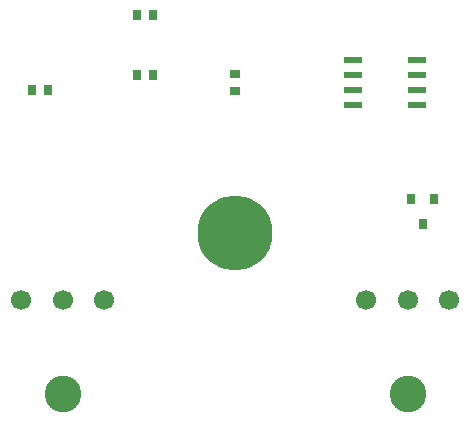
<source format=gbr>
G04 Layer_Color=255*
%FSLAX26Y26*%
%MOIN*%
%TF.FileFunction,Pads,Top*%
%TF.Part,Single*%
G01*
G75*
%TA.AperFunction,SMDPad,CuDef*%
%ADD10R,0.031496X0.035433*%
%ADD11R,0.031496X0.033465*%
%ADD12R,0.033465X0.031496*%
%ADD13R,0.061024X0.023622*%
%TA.AperFunction,ConnectorPad*%
%ADD14R,0.031496X0.033465*%
%TA.AperFunction,ComponentPad*%
%ADD18C,0.066929*%
%ADD19C,0.122047*%
%TA.AperFunction,ViaPad*%
%ADD20C,0.250000*%
D10*
X1500000Y903386D02*
D03*
X1462599Y986063D02*
D03*
X1537402D02*
D03*
D11*
X602559Y1400000D02*
D03*
X547441D02*
D03*
X602559Y1600000D02*
D03*
X547441D02*
D03*
D12*
X875000Y1347441D02*
D03*
Y1402559D02*
D03*
D13*
X1481299Y1300000D02*
D03*
Y1350000D02*
D03*
Y1400000D02*
D03*
Y1450000D02*
D03*
X1268701Y1300000D02*
D03*
Y1350000D02*
D03*
Y1400000D02*
D03*
Y1450000D02*
D03*
D14*
X197441Y1350000D02*
D03*
X252559D02*
D03*
D18*
X1312205Y650000D02*
D03*
X1450000D02*
D03*
X1587795D02*
D03*
X162205D02*
D03*
X300000D02*
D03*
X437795D02*
D03*
D19*
X1450000Y338583D02*
D03*
X300000D02*
D03*
D20*
X875000Y875000D02*
D03*
%TF.MD5,ca60fb7771faf04fd602675e43b5571d*%
M02*

</source>
